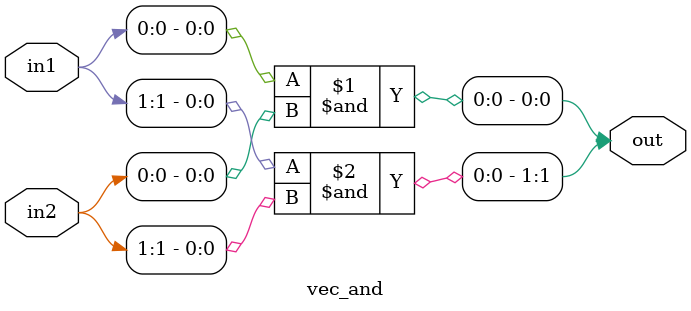
<source format=v>
module vec_and (in1,in2,out);
input  [1:0] in1,in2;
output [1:0] out;

and(out[0], in1[0],in2[0]);
and(out[1], in1[1],in2[1]);
endmodule
</source>
